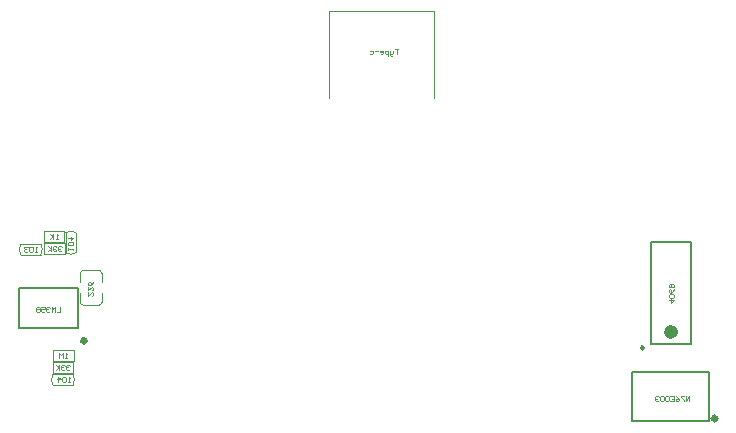
<source format=gbo>
%FSLAX25Y25*%
%MOIN*%
G70*
G01*
G75*
G04 Layer_Color=32896*
%ADD10C,0.00787*%
%ADD11C,0.01181*%
%ADD12C,0.03937*%
%ADD13R,0.01969X0.02362*%
%ADD14R,0.05118X0.03150*%
%ADD15R,0.02362X0.01969*%
%ADD16R,0.03937X0.03543*%
%ADD17R,0.02756X0.04921*%
%ADD18R,0.06693X0.03543*%
%ADD19R,0.06299X0.04921*%
%ADD20O,0.02362X0.05512*%
%ADD21O,0.07874X0.05906*%
%ADD22R,0.07874X0.05906*%
%ADD23R,0.03150X0.05118*%
%ADD24R,0.03150X0.03150*%
%ADD25R,0.04921X0.02756*%
%ADD26R,0.05906X0.11811*%
%ADD27O,0.05906X0.07874*%
%ADD28R,0.05906X0.07874*%
%ADD29R,0.03543X0.03937*%
G04:AMPARAMS|DCode=30|XSize=118.11mil|YSize=59.06mil|CornerRadius=14.76mil|HoleSize=0mil|Usage=FLASHONLY|Rotation=270.000|XOffset=0mil|YOffset=0mil|HoleType=Round|Shape=RoundedRectangle|*
%AMROUNDEDRECTD30*
21,1,0.11811,0.02953,0,0,270.0*
21,1,0.08858,0.05906,0,0,270.0*
1,1,0.02953,-0.01476,-0.04429*
1,1,0.02953,-0.01476,0.04429*
1,1,0.02953,0.01476,0.04429*
1,1,0.02953,0.01476,-0.04429*
%
%ADD30ROUNDEDRECTD30*%
%ADD31C,0.07874*%
%ADD32R,0.30709X0.12598*%
%ADD33R,0.17717X0.18504*%
%ADD34R,0.14173X0.15354*%
%ADD35R,0.09843X0.11417*%
%ADD36C,0.02559*%
G04:AMPARAMS|DCode=37|XSize=39.37mil|YSize=82.68mil|CornerRadius=17.72mil|HoleSize=0mil|Usage=FLASHONLY|Rotation=0.000|XOffset=0mil|YOffset=0mil|HoleType=Round|Shape=RoundedRectangle|*
%AMROUNDEDRECTD37*
21,1,0.03937,0.04724,0,0,0.0*
21,1,0.00394,0.08268,0,0,0.0*
1,1,0.03543,0.00197,-0.02362*
1,1,0.03543,-0.00197,-0.02362*
1,1,0.03543,-0.00197,0.02362*
1,1,0.03543,0.00197,0.02362*
%
%ADD37ROUNDEDRECTD37*%
G04:AMPARAMS|DCode=38|XSize=39.37mil|YSize=62.99mil|CornerRadius=17.72mil|HoleSize=0mil|Usage=FLASHONLY|Rotation=0.000|XOffset=0mil|YOffset=0mil|HoleType=Round|Shape=RoundedRectangle|*
%AMROUNDEDRECTD38*
21,1,0.03937,0.02756,0,0,0.0*
21,1,0.00394,0.06299,0,0,0.0*
1,1,0.03543,0.00197,-0.01378*
1,1,0.03543,-0.00197,-0.01378*
1,1,0.03543,-0.00197,0.01378*
1,1,0.03543,0.00197,0.01378*
%
%ADD38ROUNDEDRECTD38*%
%ADD39C,0.02362*%
%ADD40C,0.00197*%
%ADD41C,0.01969*%
%ADD42R,0.01181X0.03347*%
%ADD43R,0.02362X0.03347*%
%ADD44R,0.05512X0.02362*%
%ADD45R,0.01575X0.04724*%
%ADD46C,0.11811*%
%ADD47C,0.00984*%
%ADD48C,0.00394*%
%ADD49C,0.00500*%
%ADD50C,0.01000*%
%ADD51R,0.02769X0.03162*%
%ADD52R,0.05918X0.03950*%
%ADD53R,0.03162X0.02769*%
%ADD54R,0.04737X0.04343*%
%ADD55R,0.03556X0.05721*%
%ADD56R,0.07493X0.04343*%
%ADD57R,0.07099X0.05721*%
%ADD58O,0.03162X0.06312*%
%ADD59O,0.08674X0.06706*%
%ADD60R,0.08674X0.06706*%
%ADD61R,0.03950X0.05918*%
%ADD62R,0.03543X0.03543*%
%ADD63R,0.05721X0.03556*%
%ADD64R,0.06706X0.12611*%
%ADD65O,0.06706X0.08674*%
%ADD66R,0.06706X0.08674*%
%ADD67R,0.04343X0.04737*%
G04:AMPARAMS|DCode=68|XSize=126.11mil|YSize=67.06mil|CornerRadius=18.76mil|HoleSize=0mil|Usage=FLASHONLY|Rotation=270.000|XOffset=0mil|YOffset=0mil|HoleType=Round|Shape=RoundedRectangle|*
%AMROUNDEDRECTD68*
21,1,0.12611,0.02953,0,0,270.0*
21,1,0.08858,0.06706,0,0,270.0*
1,1,0.03753,-0.01476,-0.04429*
1,1,0.03753,-0.01476,0.04429*
1,1,0.03753,0.01476,0.04429*
1,1,0.03753,0.01476,-0.04429*
%
%ADD68ROUNDEDRECTD68*%
%ADD69C,0.03359*%
G04:AMPARAMS|DCode=70|XSize=47.37mil|YSize=90.68mil|CornerRadius=21.72mil|HoleSize=0mil|Usage=FLASHONLY|Rotation=0.000|XOffset=0mil|YOffset=0mil|HoleType=Round|Shape=RoundedRectangle|*
%AMROUNDEDRECTD70*
21,1,0.04737,0.04724,0,0,0.0*
21,1,0.00394,0.09068,0,0,0.0*
1,1,0.04343,0.00197,-0.02362*
1,1,0.04343,-0.00197,-0.02362*
1,1,0.04343,-0.00197,0.02362*
1,1,0.04343,0.00197,0.02362*
%
%ADD70ROUNDEDRECTD70*%
G04:AMPARAMS|DCode=71|XSize=47.37mil|YSize=70.99mil|CornerRadius=21.72mil|HoleSize=0mil|Usage=FLASHONLY|Rotation=0.000|XOffset=0mil|YOffset=0mil|HoleType=Round|Shape=RoundedRectangle|*
%AMROUNDEDRECTD71*
21,1,0.04737,0.02756,0,0,0.0*
21,1,0.00394,0.07099,0,0,0.0*
1,1,0.04343,0.00197,-0.01378*
1,1,0.04343,-0.00197,-0.01378*
1,1,0.04343,-0.00197,0.01378*
1,1,0.04343,0.00197,0.01378*
%
%ADD71ROUNDEDRECTD71*%
%ADD72C,0.03162*%
%ADD73R,0.01981X0.04147*%
%ADD74R,0.03162X0.04147*%
%ADD75R,0.06312X0.03162*%
%ADD76R,0.02375X0.05524*%
%ADD77C,0.02362*%
%ADD78C,0.00591*%
D10*
X-120965Y54823D02*
X-101279D01*
X-120965D02*
X-120965Y41437D01*
X-101279Y41437D01*
X-101279D02*
X-101279Y54823D01*
X89961Y70098D02*
X103051D01*
X89961Y36122D02*
X103051D01*
Y70079D01*
X89961Y36122D02*
Y70079D01*
D40*
X-109505Y25979D02*
G03*
X-109515Y22397I2586J-1798D01*
G01*
X-102901Y22400D02*
G03*
X-102926Y25930I-2621J1746D01*
G01*
X-113629Y65805D02*
G03*
X-113654Y69336I-2621J1746D01*
G01*
X-120233Y69384D02*
G03*
X-120243Y65802I2586J-1798D01*
G01*
X-101777Y73088D02*
G03*
X-105359Y73098I-1798J-2586D01*
G01*
X-105356Y66483D02*
G03*
X-101826Y66509I1746J2621D01*
G01*
X-109495Y22397D02*
X-102898Y22397D01*
X-109416Y25997D02*
X-102972Y25997D01*
X-109626Y26358D02*
Y29950D01*
X-102801D01*
Y26350D02*
Y29950D01*
X-109601Y26350D02*
X-102801D01*
X-109528Y30394D02*
Y33985D01*
X-102702D01*
Y30385D02*
Y33985D01*
X-109502Y30385D02*
X-102702D01*
X-120145Y69402D02*
X-113701Y69403D01*
X-120224Y65802D02*
X-113627Y65802D01*
X-112455Y69615D02*
X-105655D01*
X-112455Y66015D02*
Y69615D01*
Y66015D02*
X-105630D01*
Y69606D01*
X-105852Y70149D02*
Y73740D01*
X-112677Y70149D02*
X-105852D01*
X-112677D02*
Y73749D01*
X-105877D01*
X-105359Y73078D02*
X-105359Y66481D01*
X-101759Y72999D02*
X-101759Y66555D01*
X102500Y17000D02*
Y18692D01*
X101372Y17000D01*
Y18692D01*
X100808D02*
X99679D01*
Y18410D01*
X100808Y17282D01*
Y17000D01*
X97987Y18692D02*
X98551Y18410D01*
X99115Y17846D01*
Y17282D01*
X98833Y17000D01*
X98269D01*
X97987Y17282D01*
Y17564D01*
X98269Y17846D01*
X99115D01*
X96295Y18692D02*
X97423D01*
Y17000D01*
X96295D01*
X97423Y17846D02*
X96859D01*
X95731Y18410D02*
X95448Y18692D01*
X94884D01*
X94602Y18410D01*
Y17282D01*
X94884Y17000D01*
X95448D01*
X95731Y17282D01*
Y18410D01*
X94038D02*
X93756Y18692D01*
X93192D01*
X92910Y18410D01*
Y17282D01*
X93192Y17000D01*
X93756D01*
X94038Y17282D01*
Y18410D01*
X92346D02*
X92064Y18692D01*
X91500D01*
X91218Y18410D01*
Y18128D01*
X91500Y17846D01*
X91782D01*
X91500D01*
X91218Y17564D01*
Y17282D01*
X91500Y17000D01*
X92064D01*
X92346Y17282D01*
X5600Y134392D02*
X4472D01*
X5036D01*
Y132700D01*
X3908Y133828D02*
Y132982D01*
X3626Y132700D01*
X2779D01*
Y132418D01*
X3062Y132136D01*
X3343D01*
X2779Y132700D02*
Y133828D01*
X2215Y132136D02*
Y133828D01*
X1369D01*
X1087Y133546D01*
Y132982D01*
X1369Y132700D01*
X2215D01*
X-323D02*
X241D01*
X523Y132982D01*
Y133546D01*
X241Y133828D01*
X-323D01*
X-605Y133546D01*
Y133264D01*
X523D01*
X-1169Y133546D02*
X-2298D01*
X-3990Y133828D02*
X-3144D01*
X-2862Y133546D01*
Y132982D01*
X-3144Y132700D01*
X-3990D01*
X95700Y50646D02*
X97392D01*
X96546Y49800D01*
Y50928D01*
X97110Y51492D02*
X97392Y51774D01*
Y52338D01*
X97110Y52621D01*
X95982D01*
X95700Y52338D01*
Y51774D01*
X95982Y51492D01*
X97110D01*
X97392Y54313D02*
X97110Y53749D01*
X96546Y53185D01*
X95982D01*
X95700Y53467D01*
Y54031D01*
X95982Y54313D01*
X96264D01*
X96546Y54031D01*
Y53185D01*
X95982Y54877D02*
X95700Y55159D01*
Y55723D01*
X95982Y56005D01*
X97110D01*
X97392Y55723D01*
Y55159D01*
X97110Y54877D01*
X96828D01*
X96546Y55159D01*
Y56005D01*
X-107200Y48392D02*
Y46700D01*
X-108328D01*
X-108892D02*
Y48392D01*
X-109457Y47828D01*
X-110021Y48392D01*
Y46700D01*
X-110585Y48110D02*
X-110867Y48392D01*
X-111431D01*
X-111713Y48110D01*
Y47828D01*
X-111431Y47546D01*
X-111149D01*
X-111431D01*
X-111713Y47264D01*
Y46982D01*
X-111431Y46700D01*
X-110867D01*
X-110585Y46982D01*
X-113405Y48392D02*
X-112277D01*
Y47546D01*
X-112841Y47828D01*
X-113123D01*
X-113405Y47546D01*
Y46982D01*
X-113123Y46700D01*
X-112559D01*
X-112277Y46982D01*
X-113969Y48110D02*
X-114251Y48392D01*
X-114816D01*
X-115098Y48110D01*
Y47828D01*
X-114816Y47546D01*
X-115098Y47264D01*
Y46982D01*
X-114816Y46700D01*
X-114251D01*
X-113969Y46982D01*
Y47264D01*
X-114251Y47546D01*
X-113969Y47828D01*
Y48110D01*
X-114251Y47546D02*
X-114816D01*
X-104900Y31400D02*
X-105464D01*
X-105182D01*
Y33092D01*
X-104900Y32810D01*
X-106310Y31400D02*
Y33092D01*
X-106874Y32528D01*
X-107439Y33092D01*
Y31400D01*
X-104000Y28810D02*
X-104282Y29092D01*
X-104846D01*
X-105128Y28810D01*
Y28528D01*
X-104846Y28246D01*
X-104564D01*
X-104846D01*
X-105128Y27964D01*
Y27682D01*
X-104846Y27400D01*
X-104282D01*
X-104000Y27682D01*
X-105692Y28810D02*
X-105974Y29092D01*
X-106538D01*
X-106821Y28810D01*
Y28528D01*
X-106538Y28246D01*
X-106256D01*
X-106538D01*
X-106821Y27964D01*
Y27682D01*
X-106538Y27400D01*
X-105974D01*
X-105692Y27682D01*
X-107385Y29092D02*
Y27400D01*
Y27964D01*
X-108513Y29092D01*
X-107667Y28246D01*
X-108513Y27400D01*
X-106700Y68410D02*
X-106982Y68692D01*
X-107546D01*
X-107828Y68410D01*
Y68128D01*
X-107546Y67846D01*
X-107264D01*
X-107546D01*
X-107828Y67564D01*
Y67282D01*
X-107546Y67000D01*
X-106982D01*
X-106700Y67282D01*
X-108392Y68410D02*
X-108674Y68692D01*
X-109239D01*
X-109521Y68410D01*
Y68128D01*
X-109239Y67846D01*
X-108957D01*
X-109239D01*
X-109521Y67564D01*
Y67282D01*
X-109239Y67000D01*
X-108674D01*
X-108392Y67282D01*
X-110085Y68692D02*
Y67000D01*
Y67564D01*
X-111213Y68692D01*
X-110367Y67846D01*
X-111213Y67000D01*
X-103900Y23400D02*
X-104464D01*
X-104182D01*
Y25092D01*
X-103900Y24810D01*
X-105310D02*
X-105592Y25092D01*
X-106157D01*
X-106439Y24810D01*
Y23682D01*
X-106157Y23400D01*
X-105592D01*
X-105310Y23682D01*
Y24810D01*
X-107849Y23400D02*
Y25092D01*
X-107003Y24246D01*
X-108131D01*
X-97800Y53328D02*
Y52200D01*
X-96672Y53328D01*
X-96390D01*
X-96108Y53046D01*
Y52482D01*
X-96390Y52200D01*
X-97800Y55021D02*
Y53892D01*
X-96672Y55021D01*
X-96390D01*
X-96108Y54738D01*
Y54174D01*
X-96390Y53892D01*
X-96108Y56713D02*
X-96390Y56149D01*
X-96954Y55585D01*
X-97518D01*
X-97800Y55867D01*
Y56431D01*
X-97518Y56713D01*
X-97236D01*
X-96954Y56431D01*
Y55585D01*
X-114900Y66800D02*
X-115464D01*
X-115182D01*
Y68492D01*
X-114900Y68210D01*
X-116310D02*
X-116592Y68492D01*
X-117157D01*
X-117438Y68210D01*
Y67082D01*
X-117157Y66800D01*
X-116592D01*
X-116310Y67082D01*
Y68210D01*
X-118003D02*
X-118285Y68492D01*
X-118849D01*
X-119131Y68210D01*
Y67928D01*
X-118849Y67646D01*
X-118567D01*
X-118849D01*
X-119131Y67364D01*
Y67082D01*
X-118849Y66800D01*
X-118285D01*
X-118003Y67082D01*
X-104400Y67500D02*
Y68064D01*
Y67782D01*
X-102708D01*
X-102990Y67500D01*
Y68910D02*
X-102708Y69192D01*
Y69757D01*
X-102990Y70038D01*
X-104118D01*
X-104400Y69757D01*
Y69192D01*
X-104118Y68910D01*
X-102990D01*
X-104400Y71449D02*
X-102708D01*
X-103554Y70603D01*
Y71731D01*
X-108000Y71100D02*
X-108564D01*
X-108282D01*
Y72792D01*
X-108000Y72510D01*
X-109410Y72792D02*
Y71100D01*
Y71664D01*
X-110538Y72792D01*
X-109692Y71946D01*
X-110538Y71100D01*
D41*
X-98859Y37106D02*
G03*
X-98859Y37106I-423J0D01*
G01*
X111357Y11221D02*
G03*
X111357Y11221I-423J0D01*
G01*
D47*
X87402Y34764D02*
G03*
X87402Y34764I-492J0D01*
G01*
D48*
X-94291Y49016D02*
G03*
X-93307Y50000I0J984D01*
G01*
X-100394D02*
G03*
X-99410Y49016I984J0D01*
G01*
X-93307Y59646D02*
G03*
X-94291Y60630I-984J0D01*
G01*
X-99410D02*
G03*
X-100394Y59646I0J-984D01*
G01*
X-17579Y147037D02*
X17618D01*
Y118100D02*
Y147037D01*
X-17579Y118100D02*
Y147037D01*
X-93307Y50000D02*
Y53051D01*
X-99508Y49016D02*
X-94291D01*
X-100394Y50000D02*
Y53051D01*
X-93307Y56595D02*
Y59646D01*
X-99410Y60630D02*
X-94193D01*
X-100394Y56595D02*
Y59646D01*
D77*
X97638Y40059D02*
G03*
X97638Y40059I-1181J0D01*
G01*
D78*
X83563Y10335D02*
X109154D01*
Y26870D01*
X83563D02*
X109154D01*
X83563Y10335D02*
Y26870D01*
M02*

</source>
